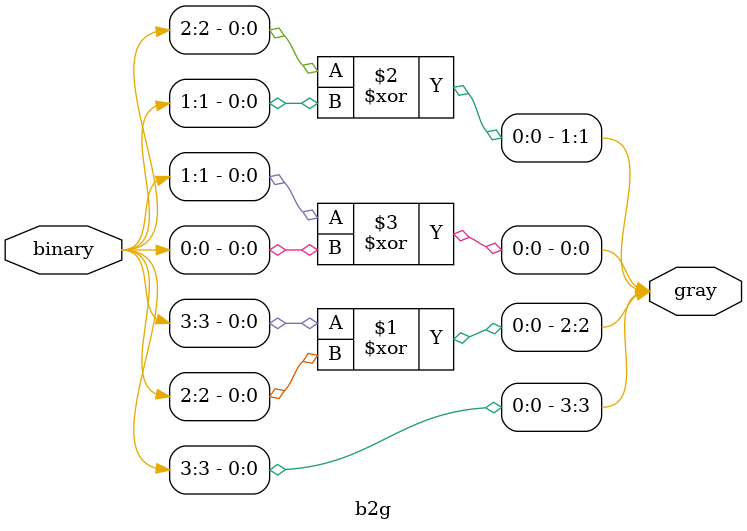
<source format=v>
`timescale 1ns / 1ps

module b2g(
    input [3:0] binary,   
    output [3:0] gray     
);

    assign gray[3] = binary[3];                      
    assign gray[2] = binary[3] ^ binary[2];          // XOR successive bits
    assign gray[1] = binary[2] ^ binary[1];
    assign gray[0] = binary[1] ^ binary[0];
endmodule
</source>
